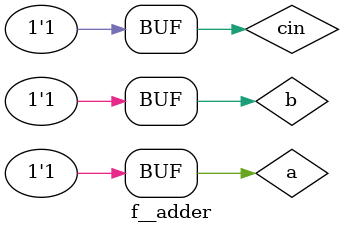
<source format=v>
module f_adder (a, b, cin, sum, cout);
 input a, b, cin;
 output sum, cout;
 wire s1,c1,c2;
 
 xor xor1(s1, a, b);
 and and1(c1, a, b);
 xor xor2(sum,s1,cin);
 and a2(c2,s1,cin);
 or or1(cout,c1,c2);
endmodule

module f__adder;
 reg a, b, cin;
 wire sum, cout;
 initial begin
 $dumpfile("f_adder.vcd");
 $dumpvars(0,f_adder);
 a = 0; b = 0;
 cin= 0;
 #1
 a = 0; b = 0;
 cin= 1;
 #1
 a = 0;
 b = 1;
 cin=0;
 #1
 a = 0;
 b = 1;
 cin=1;
 #1
 a= 1;
 b=0;
 cin=0;
 #1
 a = 1;
 b = 0;
 cin=1;
 #1
 a = 1;
 b = 1;
 cin=0;
 #1
 a= 1;
 b= 1;
 cin=1;
 end
endmodule
</source>
